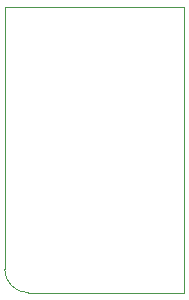
<source format=gbr>
%TF.GenerationSoftware,Altium Limited,Altium Designer,24.8.2 (39)*%
G04 Layer_Color=0*
%FSLAX45Y45*%
%MOMM*%
%TF.SameCoordinates,FBB41CCB-3D8C-4B0B-A071-B3836E82DD1E*%
%TF.FilePolarity,Positive*%
%TF.FileFunction,Profile,NP*%
%TF.Part,Single*%
G01*
G75*
%TA.AperFunction,Profile*%
%ADD29C,0.02540*%
D29*
X200000Y100000D02*
G02*
X0Y300000I0J200000D01*
G01*
Y2520000D01*
X1520002D01*
Y100000D01*
X200000D01*
%TF.MD5,63a625ac2d71f577107065a128e87ea2*%
M02*

</source>
